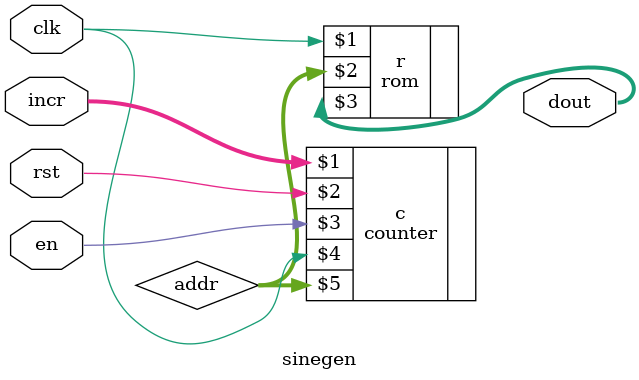
<source format=sv>
module sinegen(input logic [7:0]  incr,
              input logic        rst,
              input logic        en,
              input logic        clk,
              
              output logic[7:0]  dout);
        
    logic [7:0] addr;

    counter c(incr, rst, en, clk, addr);
    rom     r(clk, addr, dout);
    

endmodule

</source>
